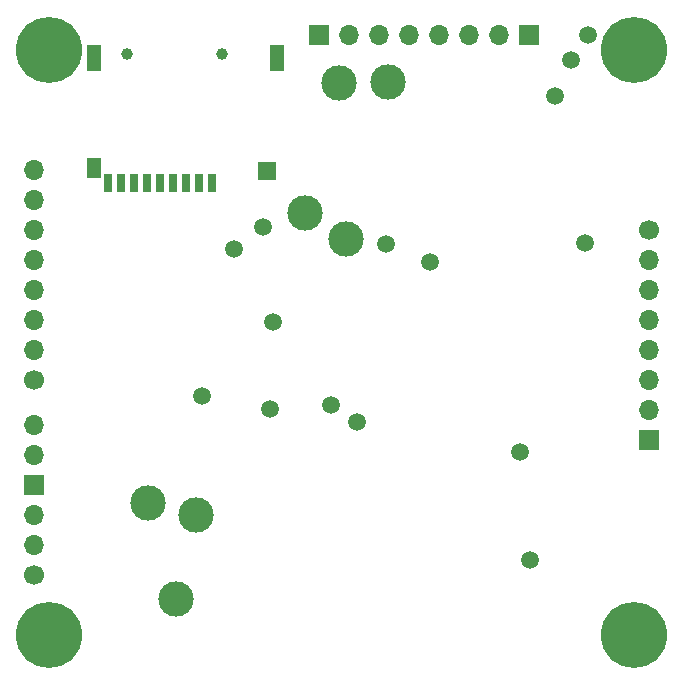
<source format=gbs>
G04 #@! TF.GenerationSoftware,KiCad,Pcbnew,9.0.0*
G04 #@! TF.CreationDate,2025-02-28T23:09:54-08:00*
G04 #@! TF.ProjectId,Constellation Stack V3.0,436f6e73-7465-46c6-9c61-74696f6e2053,rev?*
G04 #@! TF.SameCoordinates,Original*
G04 #@! TF.FileFunction,Soldermask,Bot*
G04 #@! TF.FilePolarity,Negative*
%FSLAX46Y46*%
G04 Gerber Fmt 4.6, Leading zero omitted, Abs format (unit mm)*
G04 Created by KiCad (PCBNEW 9.0.0) date 2025-02-28 23:09:54*
%MOMM*%
%LPD*%
G01*
G04 APERTURE LIST*
%ADD10C,5.600000*%
%ADD11C,1.500000*%
%ADD12C,3.000000*%
%ADD13C,1.700000*%
%ADD14O,1.700000X1.700000*%
%ADD15R,1.700000X1.700000*%
%ADD16C,1.000000*%
%ADD17R,0.700000X1.600000*%
%ADD18R,1.200000X1.800000*%
%ADD19R,1.600000X1.500000*%
%ADD20R,1.200000X2.200000*%
G04 APERTURE END LIST*
D10*
X78740000Y-78740000D03*
X29210000Y-78740000D03*
X78740000Y-29210000D03*
X29210000Y-29210000D03*
D11*
X48120000Y-52280000D03*
X57680000Y-45700000D03*
D12*
X50820000Y-43060000D03*
D11*
X73360000Y-30080000D03*
D13*
X27940000Y-73660000D03*
D14*
X27940000Y-71120000D03*
X27940000Y-68580001D03*
D15*
X27940000Y-66040000D03*
D14*
X27940000Y-63500000D03*
X27940000Y-60960000D03*
D11*
X53030000Y-59300000D03*
X61440000Y-47150000D03*
D12*
X54360000Y-45240000D03*
X37520000Y-67600000D03*
D11*
X44880000Y-46120000D03*
X47320000Y-44210000D03*
D16*
X35799999Y-29540000D03*
X43800000Y-29540000D03*
D17*
X43000000Y-40540000D03*
X41900000Y-40540000D03*
X40800000Y-40540000D03*
X39699999Y-40540000D03*
X38600000Y-40540000D03*
X37500000Y-40540001D03*
X36400000Y-40540000D03*
X35300000Y-40540001D03*
X34200000Y-40540000D03*
D18*
X33000000Y-39240000D03*
D19*
X47600000Y-39490000D03*
D20*
X33000000Y-29940000D03*
X48500000Y-29940000D03*
D11*
X74810000Y-27980000D03*
D12*
X39960000Y-75710000D03*
D11*
X71990000Y-33160000D03*
D13*
X27940000Y-57150000D03*
D14*
X27940000Y-54610000D03*
X27940000Y-52070000D03*
X27940000Y-49530000D03*
X27940000Y-46990000D03*
X27940000Y-44450000D03*
X27940000Y-41910000D03*
X27940000Y-39370000D03*
D15*
X69850000Y-27940000D03*
D14*
X67310000Y-27940000D03*
X64770000Y-27940000D03*
X62230000Y-27940000D03*
X59690000Y-27940000D03*
X57150000Y-27940000D03*
X54610000Y-27940000D03*
D15*
X52070000Y-27940000D03*
D11*
X55240000Y-60770000D03*
X69930000Y-72400000D03*
X42170000Y-58540000D03*
D12*
X53740000Y-32020000D03*
X57850000Y-31980000D03*
D11*
X74590000Y-45540000D03*
D12*
X41640000Y-68590000D03*
D11*
X47930000Y-59600000D03*
X69060000Y-63290000D03*
D13*
X80010000Y-44450000D03*
D14*
X80010000Y-46990000D03*
X80010000Y-49530000D03*
X80010000Y-52070000D03*
X80010000Y-54610000D03*
X80010000Y-57150000D03*
X80010000Y-59690000D03*
D15*
X80010000Y-62230000D03*
M02*

</source>
